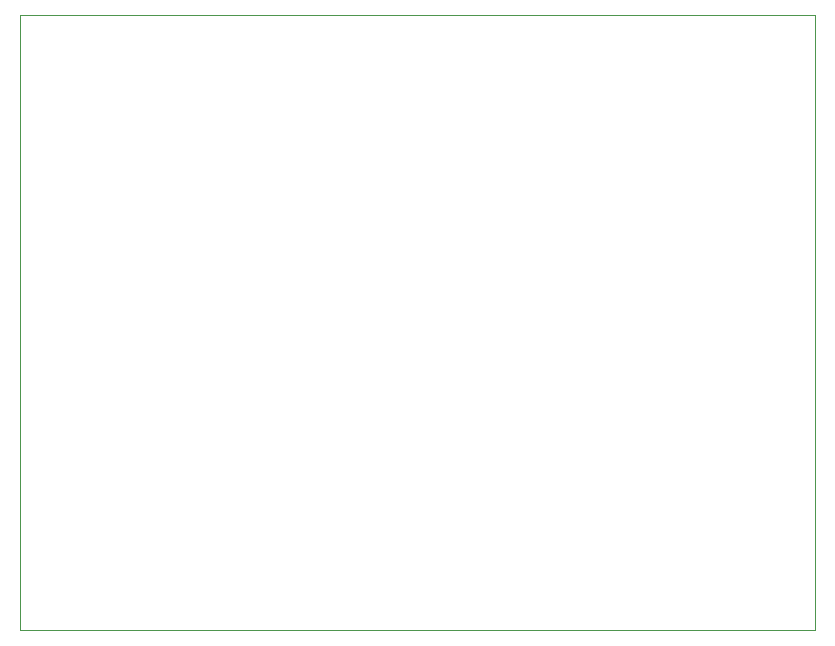
<source format=gbr>
G04 #@! TF.GenerationSoftware,KiCad,Pcbnew,(5.1.4)-1*
G04 #@! TF.CreationDate,2019-12-28T16:53:48+02:00*
G04 #@! TF.ProjectId,arduino-fanatec-pcb,61726475-696e-46f2-9d66-616e61746563,rev?*
G04 #@! TF.SameCoordinates,Original*
G04 #@! TF.FileFunction,Profile,NP*
%FSLAX46Y46*%
G04 Gerber Fmt 4.6, Leading zero omitted, Abs format (unit mm)*
G04 Created by KiCad (PCBNEW (5.1.4)-1) date 2019-12-28 16:53:48*
%MOMM*%
%LPD*%
G04 APERTURE LIST*
%ADD10C,0.050000*%
G04 APERTURE END LIST*
D10*
X54610000Y-115570000D02*
X121920000Y-115570000D01*
X54610000Y-63500000D02*
X54610000Y-115570000D01*
X121920000Y-63500000D02*
X54610000Y-63500000D01*
X121920000Y-115570000D02*
X121920000Y-63500000D01*
M02*

</source>
